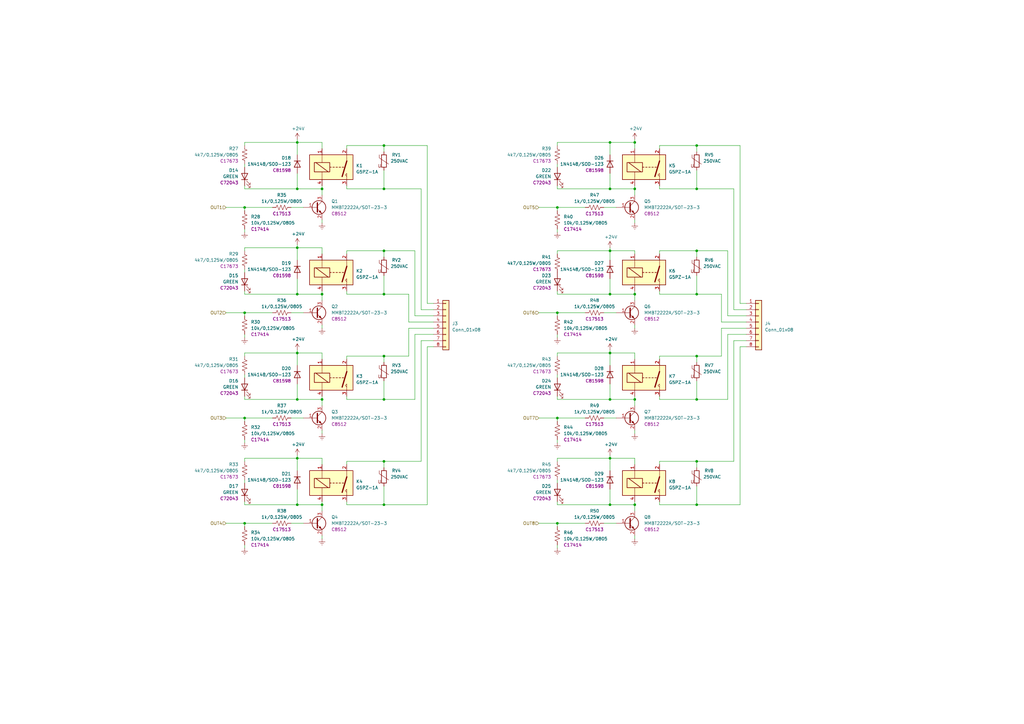
<source format=kicad_sch>
(kicad_sch (version 20231120) (generator "eeschema") (generator_version "8.0")
  (paper "A3")
  (title_block (title "ESP 8x 24VDC Input 8x Relay Output Module") (date "2023-09-21") (rev "V2"))
  (junction (at 121.92 144.78))
  (junction (at 157.48 146.05))
  (junction (at 228.6 128.27))
  (junction (at 228.6 85.09))
  (junction (at 285.75 189.23))
  (junction (at 121.92 163.83))
  (junction (at 157.48 189.23))
  (junction (at 250.19 102.87))
  (junction (at 100.33 85.09))
  (junction (at 157.48 163.83))
  (junction (at 228.6 214.63))
  (junction (at 285.75 120.65))
  (junction (at 250.19 120.65))
  (junction (at 157.48 59.69))
  (junction (at 250.19 77.47))
  (junction (at 260.35 207.01))
  (junction (at 260.35 120.65))
  (junction (at 121.92 120.65))
  (junction (at 250.19 207.01))
  (junction (at 132.08 207.01))
  (junction (at 285.75 59.69))
  (junction (at 285.75 77.47))
  (junction (at 285.75 102.87))
  (junction (at 228.6 171.45))
  (junction (at 260.35 77.47))
  (junction (at 250.19 163.83))
  (junction (at 100.33 214.63))
  (junction (at 157.48 207.01))
  (junction (at 157.48 102.87))
  (junction (at 157.48 120.65))
  (junction (at 100.33 171.45))
  (junction (at 260.35 163.83))
  (junction (at 250.19 58.42))
  (junction (at 285.75 146.05))
  (junction (at 100.33 128.27))
  (junction (at 132.08 120.65))
  (junction (at 132.08 77.47))
  (junction (at 121.92 207.01))
  (junction (at 121.92 77.47))
  (junction (at 121.92 101.6))
  (junction (at 250.19 187.96))
  (junction (at 121.92 187.96))
  (junction (at 157.48 77.47))
  (junction (at 285.75 163.83))
  (junction (at 260.35 58.42))
  (junction (at 121.92 58.42))
  (junction (at 132.08 163.83))
  (junction (at 250.19 144.78))
  (junction (at 285.75 207.01))
  (wire (pts (xy 100.33 196.85) (xy 100.33 198.12)))
  (wire (pts (xy 100.33 162.56) (xy 100.33 163.83)))
  (wire (pts (xy 157.48 156.21) (xy 157.48 163.83)))
  (wire (pts (xy 100.33 76.2) (xy 100.33 77.47)))
  (wire (pts (xy 100.33 153.67) (xy 100.33 154.94)))
  (wire (pts (xy 260.35 77.47) (xy 260.35 80.01)))
  (wire (pts (xy 100.33 214.63) (xy 111.76 214.63)))
  (wire (pts (xy 285.75 105.41) (xy 285.75 102.87)))
  (wire (pts (xy 250.19 114.3) (xy 250.19 120.65)))
  (wire (pts (xy 142.24 207.01) (xy 142.24 205.74)))
  (wire (pts (xy 132.08 205.74) (xy 132.08 207.01)))
  (wire (pts (xy 295.91 146.05) (xy 295.91 134.62)))
  (wire (pts (xy 121.92 187.96) (xy 132.08 187.96)))
  (wire (pts (xy 157.48 207.01) (xy 175.26 207.01)))
  (wire (pts (xy 250.19 144.78) (xy 260.35 144.78)))
  (wire (pts (xy 285.75 163.83) (xy 298.45 163.83)))
  (wire (pts (xy 121.92 143.51) (xy 121.92 144.78)))
  (wire (pts (xy 250.19 186.69) (xy 250.19 187.96)))
  (wire (pts (xy 142.24 102.87) (xy 142.24 104.14)))
  (wire (pts (xy 132.08 90.17) (xy 132.08 91.44)))
  (wire (pts (xy 300.99 127) (xy 300.99 77.47)))
  (wire (pts (xy 121.92 120.65) (xy 132.08 120.65)))
  (wire (pts (xy 228.6 207.01) (xy 250.19 207.01)))
  (wire (pts (xy 228.6 93.98) (xy 228.6 95.25)))
  (wire (pts (xy 285.75 102.87) (xy 298.45 102.87)))
  (wire (pts (xy 300.99 189.23) (xy 300.99 139.7)))
  (wire (pts (xy 228.6 163.83) (xy 250.19 163.83)))
  (wire (pts (xy 228.6 223.52) (xy 228.6 224.79)))
  (wire (pts (xy 132.08 58.42) (xy 132.08 60.96)))
  (wire (pts (xy 100.33 180.34) (xy 100.33 181.61)))
  (wire (pts (xy 157.48 189.23) (xy 172.72 189.23)))
  (wire (pts (xy 121.92 106.68) (xy 121.92 101.6)))
  (wire (pts (xy 132.08 77.47) (xy 132.08 80.01)))
  (wire (pts (xy 228.6 144.78) (xy 228.6 146.05)))
  (wire (pts (xy 303.53 59.69) (xy 303.53 124.46)))
  (wire (pts (xy 172.72 127) (xy 177.8 127)))
  (wire (pts (xy 260.35 163.83) (xy 260.35 166.37)))
  (wire (pts (xy 228.6 162.56) (xy 228.6 163.83)))
  (wire (pts (xy 270.51 59.69) (xy 270.51 60.96)))
  (wire (pts (xy 285.75 207.01) (xy 303.53 207.01)))
  (wire (pts (xy 170.18 137.16) (xy 170.18 163.83)))
  (wire (pts (xy 100.33 128.27) (xy 111.76 128.27)))
  (wire (pts (xy 260.35 187.96) (xy 260.35 190.5)))
  (wire (pts (xy 92.71 214.63) (xy 100.33 214.63)))
  (wire (pts (xy 228.6 187.96) (xy 250.19 187.96)))
  (wire (pts (xy 175.26 142.24) (xy 177.8 142.24)))
  (wire (pts (xy 157.48 146.05) (xy 167.64 146.05)))
  (wire (pts (xy 228.6 128.27) (xy 228.6 129.54)))
  (wire (pts (xy 167.64 134.62) (xy 177.8 134.62)))
  (wire (pts (xy 220.98 85.09) (xy 228.6 85.09)))
  (wire (pts (xy 298.45 102.87) (xy 298.45 129.54)))
  (wire (pts (xy 270.51 77.47) (xy 270.51 76.2)))
  (wire (pts (xy 228.6 214.63) (xy 240.03 214.63)))
  (wire (pts (xy 100.33 58.42) (xy 100.33 59.69)))
  (wire (pts (xy 228.6 102.87) (xy 250.19 102.87)))
  (wire (pts (xy 260.35 119.38) (xy 260.35 120.65)))
  (wire (pts (xy 157.48 105.41) (xy 157.48 102.87)))
  (wire (pts (xy 119.38 214.63) (xy 124.46 214.63)))
  (wire (pts (xy 250.19 120.65) (xy 260.35 120.65)))
  (wire (pts (xy 121.92 63.5) (xy 121.92 58.42)))
  (wire (pts (xy 100.33 85.09) (xy 111.76 85.09)))
  (wire (pts (xy 303.53 142.24) (xy 306.07 142.24)))
  (wire (pts (xy 121.92 101.6) (xy 132.08 101.6)))
  (wire (pts (xy 167.64 132.08) (xy 167.64 120.65)))
  (wire (pts (xy 170.18 129.54) (xy 177.8 129.54)))
  (wire (pts (xy 157.48 207.01) (xy 142.24 207.01)))
  (wire (pts (xy 132.08 219.71) (xy 132.08 220.98)))
  (wire (pts (xy 228.6 119.38) (xy 228.6 120.65)))
  (wire (pts (xy 260.35 120.65) (xy 260.35 123.19)))
  (wire (pts (xy 157.48 120.65) (xy 142.24 120.65)))
  (wire (pts (xy 298.45 137.16) (xy 298.45 163.83)))
  (wire (pts (xy 100.33 93.98) (xy 100.33 95.25)))
  (wire (pts (xy 100.33 171.45) (xy 111.76 171.45)))
  (wire (pts (xy 121.92 200.66) (xy 121.92 207.01)))
  (wire (pts (xy 228.6 205.74) (xy 228.6 207.01)))
  (wire (pts (xy 285.75 120.65) (xy 270.51 120.65)))
  (wire (pts (xy 121.92 71.12) (xy 121.92 77.47)))
  (wire (pts (xy 228.6 180.34) (xy 228.6 181.61)))
  (wire (pts (xy 228.6 67.31) (xy 228.6 68.58)))
  (wire (pts (xy 170.18 163.83) (xy 157.48 163.83)))
  (wire (pts (xy 132.08 120.65) (xy 132.08 123.19)))
  (wire (pts (xy 285.75 199.39) (xy 285.75 207.01)))
  (wire (pts (xy 270.51 189.23) (xy 285.75 189.23)))
  (wire (pts (xy 157.48 199.39) (xy 157.48 207.01)))
  (wire (pts (xy 100.33 144.78) (xy 100.33 146.05)))
  (wire (pts (xy 270.51 146.05) (xy 270.51 147.32)))
  (wire (pts (xy 285.75 163.83) (xy 270.51 163.83)))
  (wire (pts (xy 172.72 77.47) (xy 157.48 77.47)))
  (wire (pts (xy 92.71 85.09) (xy 100.33 85.09)))
  (wire (pts (xy 142.24 146.05) (xy 157.48 146.05)))
  (wire (pts (xy 100.33 119.38) (xy 100.33 120.65)))
  (wire (pts (xy 121.92 144.78) (xy 132.08 144.78)))
  (wire (pts (xy 228.6 58.42) (xy 250.19 58.42)))
  (wire (pts (xy 260.35 102.87) (xy 260.35 104.14)))
  (wire (pts (xy 298.45 137.16) (xy 306.07 137.16)))
  (wire (pts (xy 228.6 171.45) (xy 240.03 171.45)))
  (wire (pts (xy 295.91 134.62) (xy 306.07 134.62)))
  (wire (pts (xy 250.19 106.68) (xy 250.19 102.87)))
  (wire (pts (xy 121.92 207.01) (xy 132.08 207.01)))
  (wire (pts (xy 250.19 102.87) (xy 260.35 102.87)))
  (wire (pts (xy 250.19 101.6) (xy 250.19 102.87)))
  (wire (pts (xy 142.24 163.83) (xy 142.24 162.56)))
  (wire (pts (xy 250.19 187.96) (xy 260.35 187.96)))
  (wire (pts (xy 100.33 58.42) (xy 121.92 58.42)))
  (wire (pts (xy 228.6 85.09) (xy 240.03 85.09)))
  (wire (pts (xy 285.75 207.01) (xy 270.51 207.01)))
  (wire (pts (xy 157.48 102.87) (xy 170.18 102.87)))
  (wire (pts (xy 250.19 77.47) (xy 260.35 77.47)))
  (wire (pts (xy 228.6 187.96) (xy 228.6 189.23)))
  (wire (pts (xy 132.08 144.78) (xy 132.08 147.32)))
  (wire (pts (xy 132.08 176.53) (xy 132.08 177.8)))
  (wire (pts (xy 260.35 162.56) (xy 260.35 163.83)))
  (wire (pts (xy 170.18 137.16) (xy 177.8 137.16)))
  (wire (pts (xy 285.75 113.03) (xy 285.75 120.65)))
  (wire (pts (xy 260.35 176.53) (xy 260.35 177.8)))
  (wire (pts (xy 100.33 207.01) (xy 121.92 207.01)))
  (wire (pts (xy 285.75 189.23) (xy 300.99 189.23)))
  (wire (pts (xy 121.92 58.42) (xy 132.08 58.42)))
  (wire (pts (xy 250.19 163.83) (xy 260.35 163.83)))
  (wire (pts (xy 228.6 137.16) (xy 228.6 138.43)))
  (wire (pts (xy 157.48 62.23) (xy 157.48 59.69)))
  (wire (pts (xy 270.51 102.87) (xy 285.75 102.87)))
  (wire (pts (xy 247.65 128.27) (xy 252.73 128.27)))
  (wire (pts (xy 142.24 189.23) (xy 142.24 190.5)))
  (wire (pts (xy 306.07 132.08) (xy 295.91 132.08)))
  (wire (pts (xy 142.24 146.05) (xy 142.24 147.32)))
  (wire (pts (xy 142.24 59.69) (xy 142.24 60.96)))
  (wire (pts (xy 228.6 85.09) (xy 228.6 86.36)))
  (wire (pts (xy 228.6 214.63) (xy 228.6 215.9)))
  (wire (pts (xy 170.18 102.87) (xy 170.18 129.54)))
  (wire (pts (xy 177.8 132.08) (xy 167.64 132.08)))
  (wire (pts (xy 157.48 163.83) (xy 142.24 163.83)))
  (wire (pts (xy 132.08 207.01) (xy 132.08 209.55)))
  (wire (pts (xy 157.48 69.85) (xy 157.48 77.47)))
  (wire (pts (xy 260.35 144.78) (xy 260.35 147.32)))
  (wire (pts (xy 250.19 193.04) (xy 250.19 187.96)))
  (wire (pts (xy 285.75 62.23) (xy 285.75 59.69)))
  (wire (pts (xy 250.19 200.66) (xy 250.19 207.01)))
  (wire (pts (xy 260.35 58.42) (xy 260.35 60.96)))
  (wire (pts (xy 100.33 187.96) (xy 100.33 189.23)))
  (wire (pts (xy 270.51 120.65) (xy 270.51 119.38)))
  (wire (pts (xy 100.33 205.74) (xy 100.33 207.01)))
  (wire (pts (xy 220.98 214.63) (xy 228.6 214.63)))
  (wire (pts (xy 142.24 59.69) (xy 157.48 59.69)))
  (wire (pts (xy 303.53 124.46) (xy 306.07 124.46)))
  (wire (pts (xy 270.51 207.01) (xy 270.51 205.74)))
  (wire (pts (xy 132.08 133.35) (xy 132.08 134.62)))
  (wire (pts (xy 142.24 102.87) (xy 157.48 102.87)))
  (wire (pts (xy 157.48 191.77) (xy 157.48 189.23)))
  (wire (pts (xy 250.19 71.12) (xy 250.19 77.47)))
  (wire (pts (xy 175.26 59.69) (xy 175.26 124.46)))
  (wire (pts (xy 92.71 171.45) (xy 100.33 171.45)))
  (wire (pts (xy 121.92 186.69) (xy 121.92 187.96)))
  (wire (pts (xy 260.35 133.35) (xy 260.35 134.62)))
  (wire (pts (xy 247.65 171.45) (xy 252.73 171.45)))
  (wire (pts (xy 132.08 101.6) (xy 132.08 104.14)))
  (wire (pts (xy 119.38 128.27) (xy 124.46 128.27)))
  (wire (pts (xy 270.51 163.83) (xy 270.51 162.56)))
  (wire (pts (xy 247.65 85.09) (xy 252.73 85.09)))
  (wire (pts (xy 167.64 120.65) (xy 157.48 120.65)))
  (wire (pts (xy 228.6 153.67) (xy 228.6 154.94)))
  (wire (pts (xy 100.33 110.49) (xy 100.33 111.76)))
  (wire (pts (xy 285.75 77.47) (xy 300.99 77.47)))
  (wire (pts (xy 100.33 67.31) (xy 100.33 68.58)))
  (wire (pts (xy 260.35 57.15) (xy 260.35 58.42)))
  (wire (pts (xy 175.26 207.01) (xy 175.26 142.24)))
  (wire (pts (xy 92.71 128.27) (xy 100.33 128.27)))
  (wire (pts (xy 285.75 59.69) (xy 303.53 59.69)))
  (wire (pts (xy 100.33 85.09) (xy 100.33 86.36)))
  (wire (pts (xy 121.92 114.3) (xy 121.92 120.65)))
  (wire (pts (xy 100.33 137.16) (xy 100.33 138.43)))
  (wire (pts (xy 220.98 128.27) (xy 228.6 128.27)))
  (wire (pts (xy 250.19 58.42) (xy 260.35 58.42)))
  (wire (pts (xy 260.35 219.71) (xy 260.35 220.98)))
  (wire (pts (xy 172.72 127) (xy 172.72 77.47)))
  (wire (pts (xy 100.33 101.6) (xy 100.33 102.87)))
  (wire (pts (xy 142.24 189.23) (xy 157.48 189.23)))
  (wire (pts (xy 228.6 196.85) (xy 228.6 198.12)))
  (wire (pts (xy 100.33 171.45) (xy 100.33 172.72)))
  (wire (pts (xy 100.33 120.65) (xy 121.92 120.65)))
  (wire (pts (xy 228.6 120.65) (xy 250.19 120.65)))
  (wire (pts (xy 250.19 63.5) (xy 250.19 58.42)))
  (wire (pts (xy 100.33 223.52) (xy 100.33 224.79)))
  (wire (pts (xy 303.53 207.01) (xy 303.53 142.24)))
  (wire (pts (xy 132.08 119.38) (xy 132.08 120.65)))
  (wire (pts (xy 121.92 149.86) (xy 121.92 144.78)))
  (wire (pts (xy 228.6 128.27) (xy 240.03 128.27)))
  (wire (pts (xy 119.38 171.45) (xy 124.46 171.45)))
  (wire (pts (xy 100.33 77.47) (xy 121.92 77.47)))
  (wire (pts (xy 121.92 157.48) (xy 121.92 163.83)))
  (wire (pts (xy 142.24 120.65) (xy 142.24 119.38)))
  (wire (pts (xy 121.92 100.33) (xy 121.92 101.6)))
  (wire (pts (xy 285.75 77.47) (xy 270.51 77.47)))
  (wire (pts (xy 132.08 163.83) (xy 132.08 166.37)))
  (wire (pts (xy 142.24 77.47) (xy 142.24 76.2)))
  (wire (pts (xy 132.08 76.2) (xy 132.08 77.47)))
  (wire (pts (xy 157.48 77.47) (xy 142.24 77.47)))
  (wire (pts (xy 132.08 187.96) (xy 132.08 190.5)))
  (wire (pts (xy 228.6 171.45) (xy 228.6 172.72)))
  (wire (pts (xy 121.92 57.15) (xy 121.92 58.42)))
  (wire (pts (xy 228.6 77.47) (xy 250.19 77.47)))
  (wire (pts (xy 295.91 132.08) (xy 295.91 120.65)))
  (wire (pts (xy 270.51 59.69) (xy 285.75 59.69)))
  (wire (pts (xy 250.19 207.01) (xy 260.35 207.01)))
  (wire (pts (xy 285.75 146.05) (xy 295.91 146.05)))
  (wire (pts (xy 270.51 189.23) (xy 270.51 190.5)))
  (wire (pts (xy 100.33 187.96) (xy 121.92 187.96)))
  (wire (pts (xy 121.92 163.83) (xy 132.08 163.83)))
  (wire (pts (xy 228.6 102.87) (xy 228.6 104.14)))
  (wire (pts (xy 228.6 144.78) (xy 250.19 144.78)))
  (wire (pts (xy 121.92 193.04) (xy 121.92 187.96)))
  (wire (pts (xy 298.45 129.54) (xy 306.07 129.54)))
  (wire (pts (xy 270.51 102.87) (xy 270.51 104.14)))
  (wire (pts (xy 260.35 90.17) (xy 260.35 91.44)))
  (wire (pts (xy 100.33 128.27) (xy 100.33 129.54)))
  (wire (pts (xy 250.19 143.51) (xy 250.19 144.78)))
  (wire (pts (xy 285.75 69.85) (xy 285.75 77.47)))
  (wire (pts (xy 119.38 85.09) (xy 124.46 85.09)))
  (wire (pts (xy 250.19 157.48) (xy 250.19 163.83)))
  (wire (pts (xy 167.64 146.05) (xy 167.64 134.62)))
  (wire (pts (xy 172.72 189.23) (xy 172.72 139.7)))
  (wire (pts (xy 100.33 144.78) (xy 121.92 144.78)))
  (wire (pts (xy 260.35 205.74) (xy 260.35 207.01)))
  (wire (pts (xy 220.98 171.45) (xy 228.6 171.45)))
  (wire (pts (xy 121.92 77.47) (xy 132.08 77.47)))
  (wire (pts (xy 228.6 76.2) (xy 228.6 77.47)))
  (wire (pts (xy 247.65 214.63) (xy 252.73 214.63)))
  (wire (pts (xy 300.99 139.7) (xy 306.07 139.7)))
  (wire (pts (xy 157.48 148.59) (xy 157.48 146.05)))
  (wire (pts (xy 285.75 148.59) (xy 285.75 146.05)))
  (wire (pts (xy 260.35 76.2) (xy 260.35 77.47)))
  (wire (pts (xy 285.75 156.21) (xy 285.75 163.83)))
  (wire (pts (xy 132.08 162.56) (xy 132.08 163.83)))
  (wire (pts (xy 172.72 139.7) (xy 177.8 139.7)))
  (wire (pts (xy 157.48 59.69) (xy 175.26 59.69)))
  (wire (pts (xy 100.33 101.6) (xy 121.92 101.6)))
  (wire (pts (xy 300.99 127) (xy 306.07 127)))
  (wire (pts (xy 250.19 149.86) (xy 250.19 144.78)))
  (wire (pts (xy 270.51 146.05) (xy 285.75 146.05)))
  (wire (pts (xy 295.91 120.65) (xy 285.75 120.65)))
  (wire (pts (xy 100.33 163.83) (xy 121.92 163.83)))
  (wire (pts (xy 260.35 207.01) (xy 260.35 209.55)))
  (wire (pts (xy 285.75 191.77) (xy 285.75 189.23)))
  (wire (pts (xy 228.6 58.42) (xy 228.6 59.69)))
  (wire (pts (xy 100.33 214.63) (xy 100.33 215.9)))
  (wire (pts (xy 157.48 113.03) (xy 157.48 120.65)))
  (wire (pts (xy 175.26 124.46) (xy 177.8 124.46)))
  (hierarchical_label "OUT5" (shape input) (at 220.98 85.09 180))
  (hierarchical_label "OUT4" (shape input) (at 92.71 214.63 180))
  (hierarchical_label "OUT6" (shape input) (at 220.98 128.27 180))
  (hierarchical_label "OUT2" (shape input) (at 92.71 128.27 180))
  (hierarchical_label "OUT1" (shape input) (at 92.71 85.09 180))
  (hierarchical_label "OUT7" (shape input) (at 220.98 171.45 180))
  (hierarchical_label "OUT3" (shape input) (at 92.71 171.45 180))
  (hierarchical_label "OUT8" (shape input) (at 220.98 214.63 180))
  (symbol (lib_id "power:GNDREF") (at 132.08 134.62 0) (unit 1)
    (property "Reference" "#PWR043" (effects (hide yes)))
    (property "Value" "GNDREF" (effects (hide yes)))
  )
  (symbol (lib_id "Device:D") (at 121.92 153.67 270) (unit 1)
    (property "Reference" "D20" (at 119.38 151.13 90) (effects (justify right)))
    (property "Value" "1N4148/SOD-123" (at 119.38 153.67 90) (effects (justify right)))
    (property "Footprint" "Tales:D_SOD-123" (effects (hide yes)))
    (property "Vendor" "JLCPCB" (effects (hide yes)))
    (property "Case" "SOD-123" (effects (hide yes)))
    (property "Mfr" "Semtech" (effects (hide yes)))
    (property "Mfr PN" "1N4148W" (effects (hide yes)))
    (property "Vendor PN" "C81598" (effects (hide yes)))
    (property "LCSC Part #" "C81598" (at 119.38 156.21 90) (effects (justify right)))
    (property "JLCPCB BOM" "1" (effects (hide yes)))
  )
  (symbol (lib_id "Device:R_US") (at 100.33 219.71 0) (unit 1)
    (property "Reference" "R34" (at 102.87 218.44 0) (effects (justify left)))
    (property "Value" "10k/0,125W/0805" (at 102.87 220.98 0) (effects (justify left)))
    (property "Footprint" "Tales:R_0805_2012Metric" (effects (hide yes)))
    (property "Case" "0805/2012" (effects (hide yes)))
    (property "Mfr" "Uniroyal" (effects (hide yes)))
    (property "Vendor" "JLCPCB" (effects (hide yes)))
    (property "Mfr PN" "0805W8F3301T5E" (effects (hide yes)))
    (property "Vendor PN" "C26010" (effects (hide yes)))
    (property "LCSC Part #" "C17414" (at 102.87 223.52 0) (effects (justify left)))
    (property "JLCPCB BOM" "1" (effects (hide yes)))
  )
  (symbol (lib_id "Device:R_US") (at 243.84 128.27 270) (unit 1)
    (property "Reference" "R48" (at 243.84 123.19 90))
    (property "Value" "1k/0,125W/0805" (at 243.84 125.73 90))
    (property "Footprint" "Tales:R_0805_2012Metric" (effects (hide yes)))
    (property "Case" "0805/2012" (effects (hide yes)))
    (property "Mfr" "Uniroyal" (effects (hide yes)))
    (property "Mfr PN" "0805W8F1001T5E" (effects (hide yes)))
    (property "Vendor" "JLCPCB" (effects (hide yes)))
    (property "Vendor PN" "C17513" (effects (hide yes)))
    (property "LCSC Part #" "C17513" (at 243.84 130.81 90))
    (property "JLCPCB BOM" "1" (effects (hide yes)))
  )
  (symbol (lib_id "power:GNDREF") (at 100.33 95.25 0) (unit 1)
    (property "Reference" "#PWR033" (effects (hide yes)))
    (property "Value" "GNDREF" (effects (hide yes)))
  )
  (symbol (lib_id "Device:LED") (at 100.33 72.39 90) (unit 1)
    (property "Reference" "D14" (at 97.79 69.85 90) (effects (justify left)))
    (property "Value" "GREEN" (at 97.79 72.39 90) (effects (justify left)))
    (property "Footprint" "Tales:LED_0603_1608Metric" (effects (hide yes)))
    (property "Case" "0603" (effects (hide yes)))
    (property "Mfr" "Everlight" (effects (hide yes)))
    (property "Mfr PN" "19-217/GHC-YR1S2/3T" (effects (hide yes)))
    (property "Technology" "InGaN" (effects (hide yes)))
    (property "Vendor" "JLCPCB" (effects (hide yes)))
    (property "Vendor PN" "C72043" (effects (hide yes)))
    (property "LCSC Part #" "C72043" (at 97.79 74.93 90) (effects (justify left)))
    (property "JLCPCB BOM" "1" (effects (hide yes)))
    (property "Package" "0603" (effects (hide yes)))
  )
  (symbol (lib_id "power:GNDREF") (at 228.6 224.79 0) (unit 1)
    (property "Reference" "#PWR054" (effects (hide yes)))
    (property "Value" "GNDREF" (effects (hide yes)))
  )
  (symbol (lib_id "Tales:G5PZ-1A") (at 137.16 68.58 0) (mirror x) (unit 1)
    (property "Reference" "K1" (at 146.05 67.945 0) (effects (justify left)))
    (property "Value" "G5PZ-1A" (at 146.05 70.485 0) (effects (justify left)))
    (property "Footprint" "Tales:Relay_SPST_Omron-G5PZ-1A" (effects (hide yes)))
    (property "Datasheet" "https://www.omron.com/ecb/products/pdf/en-g5q.pdf" (effects (hide yes)))
    (property "Mfr" "Omron" (effects (hide yes)))
    (property "Mfr PN" "G5PZ-1A" (effects (hide yes)))
    (property "Vendor" "Mouser" (effects (hide yes)))
    (property "Vendor PN" "653-G5PZ-1ADC24" (effects (hide yes)))
    (property "JLCPCB BOM" "0" (effects (hide yes)))
  )
  (symbol (lib_id "power:GNDREF") (at 100.33 224.79 0) (unit 1)
    (property "Reference" "#PWR036" (effects (hide yes)))
    (property "Value" "GNDREF" (effects (hide yes)))
  )
  (symbol (lib_id "power:+24V") (at 121.92 100.33 0) (unit 1)
    (property "Reference" "#PWR042" (effects (hide yes)))
    (property "Value" "+24V" (at 122.301 95.9358 0))
  )
  (symbol (lib_id "power:GNDREF") (at 260.35 91.44 0) (unit 1)
    (property "Reference" "#PWR058" (effects (hide yes)))
    (property "Value" "GNDREF" (effects (hide yes)))
  )
  (symbol (lib_id "power:GNDREF") (at 260.35 134.62 0) (unit 1)
    (property "Reference" "#PWR060" (effects (hide yes)))
    (property "Value" "GNDREF" (effects (hide yes)))
  )
  (symbol (lib_id "Device:D") (at 250.19 196.85 270) (unit 1)
    (property "Reference" "D29" (at 247.65 194.31 90) (effects (justify right)))
    (property "Value" "1N4148/SOD-123" (at 247.65 196.85 90) (effects (justify right)))
    (property "Footprint" "Tales:D_SOD-123" (effects (hide yes)))
    (property "Vendor" "JLCPCB" (effects (hide yes)))
    (property "Case" "SOD-123" (effects (hide yes)))
    (property "Mfr" "Semtech" (effects (hide yes)))
    (property "Mfr PN" "1N4148W" (effects (hide yes)))
    (property "Vendor PN" "C81598" (effects (hide yes)))
    (property "LCSC Part #" "C81598" (at 247.65 199.39 90) (effects (justify right)))
    (property "JLCPCB BOM" "1" (effects (hide yes)))
  )
  (symbol (lib_id "Device:R_US") (at 243.84 171.45 270) (unit 1)
    (property "Reference" "R49" (at 243.84 166.37 90))
    (property "Value" "1k/0,125W/0805" (at 243.84 168.91 90))
    (property "Footprint" "Tales:R_0805_2012Metric" (effects (hide yes)))
    (property "Case" "0805/2012" (effects (hide yes)))
    (property "Mfr" "Uniroyal" (effects (hide yes)))
    (property "Mfr PN" "0805W8F1001T5E" (effects (hide yes)))
    (property "Vendor" "JLCPCB" (effects (hide yes)))
    (property "Vendor PN" "C17513" (effects (hide yes)))
    (property "LCSC Part #" "C17513" (at 243.84 173.99 90))
    (property "JLCPCB BOM" "1" (effects (hide yes)))
  )
  (symbol (lib_id "power:GNDREF") (at 228.6 138.43 0) (unit 1)
    (property "Reference" "#PWR052" (effects (hide yes)))
    (property "Value" "GNDREF" (effects (hide yes)))
  )
  (symbol (lib_id "Device:Q_NPN_BEC") (at 129.54 171.45 0) (unit 1)
    (property "Reference" "Q3" (at 135.89 168.91 0) (effects (justify left)))
    (property "Value" "MMBT2222A/SOT-23-3" (at 135.89 171.45 0) (effects (justify left)))
    (property "Footprint" "Tales:SOT-23" (effects (hide yes)))
    (property "Case" "SOT-23-3" (effects (hide yes)))
    (property "Mfr" "Changjiang" (effects (hide yes)))
    (property "Mfr PN" "MMBT2222A" (effects (hide yes)))
    (property "Technology" "BJT" (effects (hide yes)))
    (property "Vendor" "JLCPCB" (effects (hide yes)))
    (property "Vendor PN" "C8512" (effects (hide yes)))
    (property "JLCPCB BOM" "1" (effects (hide yes)))
    (property "LCSC Part #" "C8512" (at 135.89 173.99 0) (effects (justify left)))
  )
  (symbol (lib_id "Device:R_US") (at 115.57 128.27 270) (unit 1)
    (property "Reference" "R36" (at 115.57 123.19 90))
    (property "Value" "1k/0,125W/0805" (at 115.57 125.73 90))
    (property "Footprint" "Tales:R_0805_2012Metric" (effects (hide yes)))
    (property "Case" "0805/2012" (effects (hide yes)))
    (property "Mfr" "Uniroyal" (effects (hide yes)))
    (property "Mfr PN" "0805W8F1001T5E" (effects (hide yes)))
    (property "Vendor" "JLCPCB" (effects (hide yes)))
    (property "Vendor PN" "C17513" (effects (hide yes)))
    (property "LCSC Part #" "C17513" (at 115.57 130.81 90))
    (property "JLCPCB BOM" "1" (effects (hide yes)))
  )
  (symbol (lib_id "Device:D") (at 250.19 153.67 270) (unit 1)
    (property "Reference" "D28" (at 247.65 151.13 90) (effects (justify right)))
    (property "Value" "1N4148/SOD-123" (at 247.65 153.67 90) (effects (justify right)))
    (property "Footprint" "Tales:D_SOD-123" (effects (hide yes)))
    (property "Vendor" "JLCPCB" (effects (hide yes)))
    (property "Case" "SOD-123" (effects (hide yes)))
    (property "Mfr" "Semtech" (effects (hide yes)))
    (property "Mfr PN" "1N4148W" (effects (hide yes)))
    (property "Vendor PN" "C81598" (effects (hide yes)))
    (property "LCSC Part #" "C81598" (at 247.65 156.21 90) (effects (justify right)))
    (property "JLCPCB BOM" "1" (effects (hide yes)))
  )
  (symbol (lib_id "power:GNDREF") (at 100.33 138.43 0) (unit 1)
    (property "Reference" "#PWR034" (effects (hide yes)))
    (property "Value" "GNDREF" (effects (hide yes)))
  )
  (symbol (lib_id "power:+24V") (at 260.35 57.15 0) (unit 1)
    (property "Reference" "#PWR057" (effects (hide yes)))
    (property "Value" "+24V" (at 260.731 52.7558 0))
  )
  (symbol (lib_id "Device:R_US") (at 115.57 171.45 270) (unit 1)
    (property "Reference" "R37" (at 115.57 166.37 90))
    (property "Value" "1k/0,125W/0805" (at 115.57 168.91 90))
    (property "Footprint" "Tales:R_0805_2012Metric" (effects (hide yes)))
    (property "Case" "0805/2012" (effects (hide yes)))
    (property "Mfr" "Uniroyal" (effects (hide yes)))
    (property "Mfr PN" "0805W8F1001T5E" (effects (hide yes)))
    (property "Vendor" "JLCPCB" (effects (hide yes)))
    (property "Vendor PN" "C17513" (effects (hide yes)))
    (property "LCSC Part #" "C17513" (at 115.57 173.99 90))
    (property "JLCPCB BOM" "1" (effects (hide yes)))
  )
  (symbol (lib_id "Device:LED") (at 228.6 115.57 90) (unit 1)
    (property "Reference" "D23" (at 226.06 113.03 90) (effects (justify left)))
    (property "Value" "GREEN" (at 226.06 115.57 90) (effects (justify left)))
    (property "Footprint" "Tales:LED_0603_1608Metric" (effects (hide yes)))
    (property "Case" "0603" (effects (hide yes)))
    (property "Mfr" "Everlight" (effects (hide yes)))
    (property "Mfr PN" "19-217/GHC-YR1S2/3T" (effects (hide yes)))
    (property "Technology" "InGaN" (effects (hide yes)))
    (property "Vendor" "JLCPCB" (effects (hide yes)))
    (property "Vendor PN" "C72043" (effects (hide yes)))
    (property "LCSC Part #" "C72043" (at 226.06 118.11 90) (effects (justify left)))
    (property "JLCPCB BOM" "1" (effects (hide yes)))
    (property "Package" "0603" (effects (hide yes)))
  )
  (symbol (lib_id "Device:D") (at 121.92 67.31 270) (unit 1)
    (property "Reference" "D18" (at 119.38 64.77 90) (effects (justify right)))
    (property "Value" "1N4148/SOD-123" (at 119.38 67.31 90) (effects (justify right)))
    (property "Footprint" "Tales:D_SOD-123" (effects (hide yes)))
    (property "Vendor" "JLCPCB" (effects (hide yes)))
    (property "Case" "SOD-123" (effects (hide yes)))
    (property "Mfr" "Semtech" (effects (hide yes)))
    (property "Mfr PN" "1N4148W" (effects (hide yes)))
    (property "Vendor PN" "C81598" (effects (hide yes)))
    (property "LCSC Part #" "C81598" (at 119.38 69.85 90) (effects (justify right)))
    (property "JLCPCB BOM" "1" (effects (hide yes)))
  )
  (symbol (lib_id "Device:LED") (at 100.33 158.75 90) (unit 1)
    (property "Reference" "D16" (at 97.79 156.21 90) (effects (justify left)))
    (property "Value" "GREEN" (at 97.79 158.75 90) (effects (justify left)))
    (property "Footprint" "Tales:LED_0603_1608Metric" (effects (hide yes)))
    (property "Case" "0603" (effects (hide yes)))
    (property "Mfr" "Everlight" (effects (hide yes)))
    (property "Mfr PN" "19-217/GHC-YR1S2/3T" (effects (hide yes)))
    (property "Technology" "InGaN" (effects (hide yes)))
    (property "Vendor" "JLCPCB" (effects (hide yes)))
    (property "Vendor PN" "C72043" (effects (hide yes)))
    (property "LCSC Part #" "C72043" (at 97.79 161.29 90) (effects (justify left)))
    (property "JLCPCB BOM" "1" (effects (hide yes)))
    (property "Package" "0603" (effects (hide yes)))
  )
  (symbol (lib_id "Device:D") (at 250.19 110.49 270) (unit 1)
    (property "Reference" "D27" (at 247.65 107.95 90) (effects (justify right)))
    (property "Value" "1N4148/SOD-123" (at 247.65 110.49 90) (effects (justify right)))
    (property "Footprint" "Tales:D_SOD-123" (effects (hide yes)))
    (property "Vendor" "JLCPCB" (effects (hide yes)))
    (property "Case" "SOD-123" (effects (hide yes)))
    (property "Mfr" "Semtech" (effects (hide yes)))
    (property "Mfr PN" "1N4148W" (effects (hide yes)))
    (property "Vendor PN" "C81598" (effects (hide yes)))
    (property "LCSC Part #" "C81598" (at 247.65 113.03 90) (effects (justify right)))
    (property "JLCPCB BOM" "1" (effects (hide yes)))
  )
  (symbol (lib_id "Device:R_US") (at 228.6 107.95 0) (unit 1)
    (property "Reference" "R41" (at 226.06 105.41 0) (effects (justify right)))
    (property "Value" "4k7/0,125W/0805" (at 226.06 107.95 0) (effects (justify right)))
    (property "Footprint" "Tales:R_0805_2012Metric" (effects (hide yes)))
    (property "Case" "0805/2012" (effects (hide yes)))
    (property "Mfr" "Uniroyal" (effects (hide yes)))
    (property "Vendor" "JLCPCB" (effects (hide yes)))
    (property "Mfr PN" "0805W8F4701T5E" (effects (hide yes)))
    (property "Vendor PN" "C17673" (effects (hide yes)))
    (property "LCSC Part #" "C17673" (at 226.06 110.49 0) (effects (justify right)))
    (property "JLCPCB BOM" "1" (effects (hide yes)))
  )
  (symbol (lib_id "power:+24V") (at 250.19 101.6 0) (unit 1)
    (property "Reference" "#PWR059" (effects (hide yes)))
    (property "Value" "+24V" (at 250.571 97.2058 0))
  )
  (symbol (lib_id "Device:Q_NPN_BEC") (at 129.54 128.27 0) (unit 1)
    (property "Reference" "Q2" (at 135.89 125.73 0) (effects (justify left)))
    (property "Value" "MMBT2222A/SOT-23-3" (at 135.89 128.27 0) (effects (justify left)))
    (property "Footprint" "Tales:SOT-23" (effects (hide yes)))
    (property "Case" "SOT-23-3" (effects (hide yes)))
    (property "Mfr" "Changjiang" (effects (hide yes)))
    (property "Mfr PN" "MMBT2222A" (effects (hide yes)))
    (property "Technology" "BJT" (effects (hide yes)))
    (property "Vendor" "JLCPCB" (effects (hide yes)))
    (property "Vendor PN" "C8512" (effects (hide yes)))
    (property "JLCPCB BOM" "1" (effects (hide yes)))
    (property "LCSC Part #" "C8512" (at 135.89 130.81 0) (effects (justify left)))
  )
  (symbol (lib_id "Device:R_US") (at 100.33 90.17 0) (unit 1)
    (property "Reference" "R28" (at 102.87 88.9 0) (effects (justify left)))
    (property "Value" "10k/0,125W/0805" (at 102.87 91.44 0) (effects (justify left)))
    (property "Footprint" "Tales:R_0805_2012Metric" (effects (hide yes)))
    (property "Case" "0805/2012" (effects (hide yes)))
    (property "Mfr" "Uniroyal" (effects (hide yes)))
    (property "Vendor" "JLCPCB" (effects (hide yes)))
    (property "Mfr PN" "0805W8F3301T5E" (effects (hide yes)))
    (property "Vendor PN" "C26010" (effects (hide yes)))
    (property "LCSC Part #" "C17414" (at 102.87 93.98 0) (effects (justify left)))
    (property "JLCPCB BOM" "1" (effects (hide yes)))
  )
  (symbol (lib_id "Device:R_US") (at 100.33 63.5 0) (unit 1)
    (property "Reference" "R27" (at 97.79 60.96 0) (effects (justify right)))
    (property "Value" "4k7/0,125W/0805" (at 97.79 63.5 0) (effects (justify right)))
    (property "Footprint" "Tales:R_0805_2012Metric" (effects (hide yes)))
    (property "Case" "0805/2012" (effects (hide yes)))
    (property "Mfr" "Uniroyal" (effects (hide yes)))
    (property "Vendor" "JLCPCB" (effects (hide yes)))
    (property "Mfr PN" "0805W8F4701T5E" (effects (hide yes)))
    (property "Vendor PN" "C17673" (effects (hide yes)))
    (property "LCSC Part #" "C17673" (at 97.79 66.04 0) (effects (justify right)))
    (property "JLCPCB BOM" "1" (effects (hide yes)))
  )
  (symbol (lib_id "power:GNDREF") (at 260.35 220.98 0) (unit 1)
    (property "Reference" "#PWR064" (effects (hide yes)))
    (property "Value" "GNDREF" (effects (hide yes)))
  )
  (symbol (lib_id "Tales:G5PZ-1A") (at 137.16 154.94 0) (mirror x) (unit 1)
    (property "Reference" "K3" (at 146.05 154.305 0) (effects (justify left)))
    (property "Value" "G5PZ-1A" (at 146.05 156.845 0) (effects (justify left)))
    (property "Footprint" "Tales:Relay_SPST_Omron-G5PZ-1A" (effects (hide yes)))
    (property "Datasheet" "https://www.omron.com/ecb/products/pdf/en-g5q.pdf" (effects (hide yes)))
    (property "Mfr" "Omron" (effects (hide yes)))
    (property "Mfr PN" "G5PZ-1A" (effects (hide yes)))
    (property "Vendor" "Mouser" (effects (hide yes)))
    (property "Vendor PN" "653-G5PZ-1ADC24" (effects (hide yes)))
    (property "JLCPCB BOM" "0" (effects (hide yes)))
  )
  (symbol (lib_id "power:+24V") (at 250.19 143.51 0) (unit 1)
    (property "Reference" "#PWR061" (effects (hide yes)))
    (property "Value" "+24V" (at 250.571 139.1158 0))
  )
  (symbol (lib_id "Device:D") (at 121.92 110.49 270) (unit 1)
    (property "Reference" "D19" (at 119.38 107.95 90) (effects (justify right)))
    (property "Value" "1N4148/SOD-123" (at 119.38 110.49 90) (effects (justify right)))
    (property "Footprint" "Tales:D_SOD-123" (effects (hide yes)))
    (property "Vendor" "JLCPCB" (effects (hide yes)))
    (property "Case" "SOD-123" (effects (hide yes)))
    (property "Mfr" "Semtech" (effects (hide yes)))
    (property "Mfr PN" "1N4148W" (effects (hide yes)))
    (property "Vendor PN" "C81598" (effects (hide yes)))
    (property "LCSC Part #" "C81598" (at 119.38 113.03 90) (effects (justify right)))
    (property "JLCPCB BOM" "1" (effects (hide yes)))
  )
  (symbol (lib_id "Connector_Generic:Conn_01x08") (at 182.88 132.08 0) (unit 1)
    (property "Reference" "J3" (at 185.42 132.715 0) (effects (justify left)))
    (property "Value" "Conn_01x08" (at 185.42 135.255 0) (effects (justify left)))
  )
  (symbol (lib_id "power:+24V") (at 121.92 186.69 0) (unit 1)
    (property "Reference" "#PWR046" (effects (hide yes)))
    (property "Value" "+24V" (at 122.301 182.2958 0))
  )
  (symbol (lib_id "Device:Varistor") (at 157.48 195.58 0) (unit 1)
    (property "Reference" "RV4" (at 162.56 193.04 0))
    (property "Value" "250VAC" (at 163.83 195.58 0))
    (property "Footprint" "Tales:RV_Disc_D12mm_W3.9mm_P7.5mm" (effects (hide yes)))
    (property "Mfr" "Yageo" (effects (hide yes)))
    (property "Mfr PN" "391KD10" (effects (hide yes)))
    (property "Technology" "MOV" (effects (hide yes)))
    (property "Vendor" "Mouser" (effects (hide yes)))
    (property "Vendor PN" "603-391KD10" (effects (hide yes)))
    (property "JLCPCB BOM" "0" (effects (hide yes)))
  )
  (symbol (lib_id "Device:R_US") (at 115.57 85.09 270) (unit 1)
    (property "Reference" "R35" (at 115.57 80.01 90))
    (property "Value" "1k/0,125W/0805" (at 115.57 82.55 90))
    (property "Footprint" "Tales:R_0805_2012Metric" (effects (hide yes)))
    (property "Case" "0805/2012" (effects (hide yes)))
    (property "Mfr" "Uniroyal" (effects (hide yes)))
    (property "Mfr PN" "0805W8F1001T5E" (effects (hide yes)))
    (property "Vendor" "JLCPCB" (effects (hide yes)))
    (property "Vendor PN" "C17513" (effects (hide yes)))
    (property "LCSC Part #" "C17513" (at 115.57 87.63 90))
    (property "JLCPCB BOM" "1" (effects (hide yes)))
  )
  (symbol (lib_id "power:GNDREF") (at 132.08 177.8 0) (unit 1)
    (property "Reference" "#PWR045" (effects (hide yes)))
    (property "Value" "GNDREF" (effects (hide yes)))
  )
  (symbol (lib_id "Connector_Generic:Conn_01x08") (at 311.15 132.08 0) (unit 1)
    (property "Reference" "J4" (at 313.69 132.715 0) (effects (justify left)))
    (property "Value" "Conn_01x08" (at 313.69 135.255 0) (effects (justify left)))
  )
  (symbol (lib_id "Device:Q_NPN_BEC") (at 257.81 128.27 0) (unit 1)
    (property "Reference" "Q6" (at 264.16 125.73 0) (effects (justify left)))
    (property "Value" "MMBT2222A/SOT-23-3" (at 264.16 128.27 0) (effects (justify left)))
    (property "Footprint" "Tales:SOT-23" (effects (hide yes)))
    (property "Case" "SOT-23-3" (effects (hide yes)))
    (property "Mfr" "Changjiang" (effects (hide yes)))
    (property "Mfr PN" "MMBT2222A" (effects (hide yes)))
    (property "Technology" "BJT" (effects (hide yes)))
    (property "Vendor" "JLCPCB" (effects (hide yes)))
    (property "Vendor PN" "C8512" (effects (hide yes)))
    (property "JLCPCB BOM" "1" (effects (hide yes)))
    (property "LCSC Part #" "C8512" (at 264.16 130.81 0) (effects (justify left)))
  )
  (symbol (lib_id "Device:R_US") (at 228.6 176.53 0) (unit 1)
    (property "Reference" "R44" (at 231.14 175.26 0) (effects (justify left)))
    (property "Value" "10k/0,125W/0805" (at 231.14 177.8 0) (effects (justify left)))
    (property "Footprint" "Tales:R_0805_2012Metric" (effects (hide yes)))
    (property "Case" "0805/2012" (effects (hide yes)))
    (property "Mfr" "Uniroyal" (effects (hide yes)))
    (property "Vendor" "JLCPCB" (effects (hide yes)))
    (property "Mfr PN" "0805W8F3301T5E" (effects (hide yes)))
    (property "Vendor PN" "C26010" (effects (hide yes)))
    (property "LCSC Part #" "C17414" (at 231.14 180.34 0) (effects (justify left)))
    (property "JLCPCB BOM" "1" (effects (hide yes)))
  )
  (symbol (lib_id "power:GNDREF") (at 260.35 177.8 0) (unit 1)
    (property "Reference" "#PWR062" (effects (hide yes)))
    (property "Value" "GNDREF" (effects (hide yes)))
  )
  (symbol (lib_id "Device:Varistor") (at 285.75 66.04 0) (unit 1)
    (property "Reference" "RV5" (at 290.83 63.5 0))
    (property "Value" "250VAC" (at 292.1 66.04 0))
    (property "Footprint" "Tales:RV_Disc_D12mm_W3.9mm_P7.5mm" (effects (hide yes)))
    (property "Mfr" "Yageo" (effects (hide yes)))
    (property "Mfr PN" "391KD10" (effects (hide yes)))
    (property "Technology" "MOV" (effects (hide yes)))
    (property "Vendor" "Mouser" (effects (hide yes)))
    (property "Vendor PN" "603-391KD10" (effects (hide yes)))
    (property "JLCPCB BOM" "0" (effects (hide yes)))
  )
  (symbol (lib_id "power:GNDREF") (at 100.33 181.61 0) (unit 1)
    (property "Reference" "#PWR035" (effects (hide yes)))
    (property "Value" "GNDREF" (effects (hide yes)))
  )
  (symbol (lib_id "power:+24V") (at 121.92 57.15 0) (unit 1)
    (property "Reference" "#PWR040" (effects (hide yes)))
    (property "Value" "+24V" (at 122.301 52.7558 0))
  )
  (symbol (lib_id "Device:D") (at 121.92 196.85 270) (unit 1)
    (property "Reference" "D21" (at 119.38 194.31 90) (effects (justify right)))
    (property "Value" "1N4148/SOD-123" (at 119.38 196.85 90) (effects (justify right)))
    (property "Footprint" "Tales:D_SOD-123" (effects (hide yes)))
    (property "Vendor" "JLCPCB" (effects (hide yes)))
    (property "Case" "SOD-123" (effects (hide yes)))
    (property "Mfr" "Semtech" (effects (hide yes)))
    (property "Mfr PN" "1N4148W" (effects (hide yes)))
    (property "Vendor PN" "C81598" (effects (hide yes)))
    (property "LCSC Part #" "C81598" (at 119.38 199.39 90) (effects (justify right)))
    (property "JLCPCB BOM" "1" (effects (hide yes)))
  )
  (symbol (lib_id "Device:Varistor") (at 285.75 109.22 0) (unit 1)
    (property "Reference" "RV6" (at 290.83 106.68 0))
    (property "Value" "250VAC" (at 292.1 109.22 0))
    (property "Footprint" "Tales:RV_Disc_D12mm_W3.9mm_P7.5mm" (effects (hide yes)))
    (property "Mfr" "Yageo" (effects (hide yes)))
    (property "Mfr PN" "391KD10" (effects (hide yes)))
    (property "Technology" "MOV" (effects (hide yes)))
    (property "Vendor" "Mouser" (effects (hide yes)))
    (property "Vendor PN" "603-391KD10" (effects (hide yes)))
    (property "JLCPCB BOM" "0" (effects (hide yes)))
  )
  (symbol (lib_id "Device:R_US") (at 228.6 149.86 0) (unit 1)
    (property "Reference" "R43" (at 226.06 147.32 0) (effects (justify right)))
    (property "Value" "4k7/0,125W/0805" (at 226.06 149.86 0) (effects (justify right)))
    (property "Footprint" "Tales:R_0805_2012Metric" (effects (hide yes)))
    (property "Case" "0805/2012" (effects (hide yes)))
    (property "Mfr" "Uniroyal" (effects (hide yes)))
    (property "Vendor" "JLCPCB" (effects (hide yes)))
    (property "Mfr PN" "0805W8F4701T5E" (effects (hide yes)))
    (property "Vendor PN" "C17673" (effects (hide yes)))
    (property "LCSC Part #" "C17673" (at 226.06 152.4 0) (effects (justify right)))
    (property "JLCPCB BOM" "1" (effects (hide yes)))
  )
  (symbol (lib_id "Device:Q_NPN_BEC") (at 129.54 85.09 0) (unit 1)
    (property "Reference" "Q1" (at 135.89 82.55 0) (effects (justify left)))
    (property "Value" "MMBT2222A/SOT-23-3" (at 135.89 85.09 0) (effects (justify left)))
    (property "Footprint" "Tales:SOT-23" (effects (hide yes)))
    (property "Case" "SOT-23-3" (effects (hide yes)))
    (property "Mfr" "Changjiang" (effects (hide yes)))
    (property "Mfr PN" "MMBT2222A" (effects (hide yes)))
    (property "Technology" "BJT" (effects (hide yes)))
    (property "Vendor" "JLCPCB" (effects (hide yes)))
    (property "Vendor PN" "C8512" (effects (hide yes)))
    (property "JLCPCB BOM" "1" (effects (hide yes)))
    (property "LCSC Part #" "C8512" (at 135.89 87.63 0) (effects (justify left)))
  )
  (symbol (lib_id "Device:Q_NPN_BEC") (at 129.54 214.63 0) (unit 1)
    (property "Reference" "Q4" (at 135.89 212.09 0) (effects (justify left)))
    (property "Value" "MMBT2222A/SOT-23-3" (at 135.89 214.63 0) (effects (justify left)))
    (property "Footprint" "Tales:SOT-23" (effects (hide yes)))
    (property "Case" "SOT-23-3" (effects (hide yes)))
    (property "Mfr" "Changjiang" (effects (hide yes)))
    (property "Mfr PN" "MMBT2222A" (effects (hide yes)))
    (property "Technology" "BJT" (effects (hide yes)))
    (property "Vendor" "JLCPCB" (effects (hide yes)))
    (property "Vendor PN" "C8512" (effects (hide yes)))
    (property "JLCPCB BOM" "1" (effects (hide yes)))
    (property "LCSC Part #" "C8512" (at 135.89 217.17 0) (effects (justify left)))
  )
  (symbol (lib_id "Device:R_US") (at 100.33 106.68 0) (unit 1)
    (property "Reference" "R29" (at 97.79 104.14 0) (effects (justify right)))
    (property "Value" "4k7/0,125W/0805" (at 97.79 106.68 0) (effects (justify right)))
    (property "Footprint" "Tales:R_0805_2012Metric" (effects (hide yes)))
    (property "Case" "0805/2012" (effects (hide yes)))
    (property "Mfr" "Uniroyal" (effects (hide yes)))
    (property "Vendor" "JLCPCB" (effects (hide yes)))
    (property "Mfr PN" "0805W8F4701T5E" (effects (hide yes)))
    (property "Vendor PN" "C17673" (effects (hide yes)))
    (property "LCSC Part #" "C17673" (at 97.79 109.22 0) (effects (justify right)))
    (property "JLCPCB BOM" "1" (effects (hide yes)))
  )
  (symbol (lib_id "Device:Varistor") (at 157.48 152.4 0) (unit 1)
    (property "Reference" "RV3" (at 162.56 149.86 0))
    (property "Value" "250VAC" (at 163.83 152.4 0))
    (property "Footprint" "Tales:RV_Disc_D12mm_W3.9mm_P7.5mm" (effects (hide yes)))
    (property "Mfr" "Yageo" (effects (hide yes)))
    (property "Mfr PN" "391KD10" (effects (hide yes)))
    (property "Technology" "MOV" (effects (hide yes)))
    (property "Vendor" "Mouser" (effects (hide yes)))
    (property "Vendor PN" "603-391KD10" (effects (hide yes)))
    (property "JLCPCB BOM" "0" (effects (hide yes)))
  )
  (symbol (lib_id "Tales:G5PZ-1A") (at 265.43 154.94 0) (mirror x) (unit 1)
    (property "Reference" "K7" (at 274.32 154.305 0) (effects (justify left)))
    (property "Value" "G5PZ-1A" (at 274.32 156.845 0) (effects (justify left)))
    (property "Footprint" "Tales:Relay_SPST_Omron-G5PZ-1A" (effects (hide yes)))
    (property "Datasheet" "https://www.omron.com/ecb/products/pdf/en-g5q.pdf" (effects (hide yes)))
    (property "Mfr" "Omron" (effects (hide yes)))
    (property "Mfr PN" "G5PZ-1A" (effects (hide yes)))
    (property "Vendor" "Mouser" (effects (hide yes)))
    (property "Vendor PN" "653-G5PZ-1ADC24" (effects (hide yes)))
    (property "JLCPCB BOM" "0" (effects (hide yes)))
  )
  (symbol (lib_id "power:+24V") (at 121.92 143.51 0) (unit 1)
    (property "Reference" "#PWR044" (effects (hide yes)))
    (property "Value" "+24V" (at 122.301 139.1158 0))
  )
  (symbol (lib_id "Device:R_US") (at 243.84 214.63 270) (unit 1)
    (property "Reference" "R50" (at 243.84 209.55 90))
    (property "Value" "1k/0,125W/0805" (at 243.84 212.09 90))
    (property "Footprint" "Tales:R_0805_2012Metric" (effects (hide yes)))
    (property "Case" "0805/2012" (effects (hide yes)))
    (property "Mfr" "Uniroyal" (effects (hide yes)))
    (property "Mfr PN" "0805W8F1001T5E" (effects (hide yes)))
    (property "Vendor" "JLCPCB" (effects (hide yes)))
    (property "Vendor PN" "C17513" (effects (hide yes)))
    (property "LCSC Part #" "C17513" (at 243.84 217.17 90))
    (property "JLCPCB BOM" "1" (effects (hide yes)))
  )
  (symbol (lib_id "Device:D") (at 250.19 67.31 270) (unit 1)
    (property "Reference" "D26" (at 247.65 64.77 90) (effects (justify right)))
    (property "Value" "1N4148/SOD-123" (at 247.65 67.31 90) (effects (justify right)))
    (property "Footprint" "Tales:D_SOD-123" (effects (hide yes)))
    (property "Vendor" "JLCPCB" (effects (hide yes)))
    (property "Case" "SOD-123" (effects (hide yes)))
    (property "Mfr" "Semtech" (effects (hide yes)))
    (property "Mfr PN" "1N4148W" (effects (hide yes)))
    (property "Vendor PN" "C81598" (effects (hide yes)))
    (property "LCSC Part #" "C81598" (at 247.65 69.85 90) (effects (justify right)))
    (property "JLCPCB BOM" "1" (effects (hide yes)))
  )
  (symbol (lib_id "Device:Varistor") (at 157.48 66.04 0) (unit 1)
    (property "Reference" "RV1" (at 162.56 63.5 0))
    (property "Value" "250VAC" (at 163.83 66.04 0))
    (property "Footprint" "Tales:RV_Disc_D12mm_W3.9mm_P7.5mm" (effects (hide yes)))
    (property "Mfr" "Yageo" (effects (hide yes)))
    (property "Mfr PN" "391KD10" (effects (hide yes)))
    (property "Technology" "MOV" (effects (hide yes)))
    (property "Vendor" "Mouser" (effects (hide yes)))
    (property "Vendor PN" "603-391KD10" (effects (hide yes)))
    (property "JLCPCB BOM" "0" (effects (hide yes)))
  )
  (symbol (lib_id "Device:R_US") (at 115.57 214.63 270) (unit 1)
    (property "Reference" "R38" (at 115.57 209.55 90))
    (property "Value" "1k/0,125W/0805" (at 115.57 212.09 90))
    (property "Footprint" "Tales:R_0805_2012Metric" (effects (hide yes)))
    (property "Case" "0805/2012" (effects (hide yes)))
    (property "Mfr" "Uniroyal" (effects (hide yes)))
    (property "Mfr PN" "0805W8F1001T5E" (effects (hide yes)))
    (property "Vendor" "JLCPCB" (effects (hide yes)))
    (property "Vendor PN" "C17513" (effects (hide yes)))
    (property "LCSC Part #" "C17513" (at 115.57 217.17 90))
    (property "JLCPCB BOM" "1" (effects (hide yes)))
  )
  (symbol (lib_id "Device:LED") (at 100.33 201.93 90) (unit 1)
    (property "Reference" "D17" (at 97.79 199.39 90) (effects (justify left)))
    (property "Value" "GREEN" (at 97.79 201.93 90) (effects (justify left)))
    (property "Footprint" "Tales:LED_0603_1608Metric" (effects (hide yes)))
    (property "Case" "0603" (effects (hide yes)))
    (property "Mfr" "Everlight" (effects (hide yes)))
    (property "Mfr PN" "19-217/GHC-YR1S2/3T" (effects (hide yes)))
    (property "Technology" "InGaN" (effects (hide yes)))
    (property "Vendor" "JLCPCB" (effects (hide yes)))
    (property "Vendor PN" "C72043" (effects (hide yes)))
    (property "LCSC Part #" "C72043" (at 97.79 204.47 90) (effects (justify left)))
    (property "JLCPCB BOM" "1" (effects (hide yes)))
    (property "Package" "0603" (effects (hide yes)))
  )
  (symbol (lib_id "power:GNDREF") (at 228.6 181.61 0) (unit 1)
    (property "Reference" "#PWR053" (effects (hide yes)))
    (property "Value" "GNDREF" (effects (hide yes)))
  )
  (symbol (lib_id "Device:LED") (at 228.6 201.93 90) (unit 1)
    (property "Reference" "D25" (at 226.06 199.39 90) (effects (justify left)))
    (property "Value" "GREEN" (at 226.06 201.93 90) (effects (justify left)))
    (property "Footprint" "Tales:LED_0603_1608Metric" (effects (hide yes)))
    (property "Case" "0603" (effects (hide yes)))
    (property "Mfr" "Everlight" (effects (hide yes)))
    (property "Mfr PN" "19-217/GHC-YR1S2/3T" (effects (hide yes)))
    (property "Technology" "InGaN" (effects (hide yes)))
    (property "Vendor" "JLCPCB" (effects (hide yes)))
    (property "Vendor PN" "C72043" (effects (hide yes)))
    (property "LCSC Part #" "C72043" (at 226.06 204.47 90) (effects (justify left)))
    (property "JLCPCB BOM" "1" (effects (hide yes)))
    (property "Package" "0603" (effects (hide yes)))
  )
  (symbol (lib_id "power:GNDREF") (at 228.6 95.25 0) (unit 1)
    (property "Reference" "#PWR051" (effects (hide yes)))
    (property "Value" "GNDREF" (effects (hide yes)))
  )
  (symbol (lib_id "Device:LED") (at 228.6 72.39 90) (unit 1)
    (property "Reference" "D22" (at 226.06 69.85 90) (effects (justify left)))
    (property "Value" "GREEN" (at 226.06 72.39 90) (effects (justify left)))
    (property "Footprint" "Tales:LED_0603_1608Metric" (effects (hide yes)))
    (property "Case" "0603" (effects (hide yes)))
    (property "Mfr" "Everlight" (effects (hide yes)))
    (property "Mfr PN" "19-217/GHC-YR1S2/3T" (effects (hide yes)))
    (property "Technology" "InGaN" (effects (hide yes)))
    (property "Vendor" "JLCPCB" (effects (hide yes)))
    (property "Vendor PN" "C72043" (effects (hide yes)))
    (property "LCSC Part #" "C72043" (at 226.06 74.93 90) (effects (justify left)))
    (property "JLCPCB BOM" "1" (effects (hide yes)))
    (property "Package" "0603" (effects (hide yes)))
  )
  (symbol (lib_id "Tales:G5PZ-1A") (at 265.43 198.12 0) (mirror x) (unit 1)
    (property "Reference" "K8" (at 274.32 197.485 0) (effects (justify left)))
    (property "Value" "G5PZ-1A" (at 274.32 200.025 0) (effects (justify left)))
    (property "Footprint" "Tales:Relay_SPST_Omron-G5PZ-1A" (effects (hide yes)))
    (property "Datasheet" "https://www.omron.com/ecb/products/pdf/en-g5q.pdf" (effects (hide yes)))
    (property "Mfr" "Omron" (effects (hide yes)))
    (property "Mfr PN" "G5PZ-1A" (effects (hide yes)))
    (property "Vendor" "Mouser" (effects (hide yes)))
    (property "Vendor PN" "653-G5PZ-1ADC24" (effects (hide yes)))
    (property "JLCPCB BOM" "0" (effects (hide yes)))
  )
  (symbol (lib_id "power:GNDREF") (at 132.08 91.44 0) (unit 1)
    (property "Reference" "#PWR041" (effects (hide yes)))
    (property "Value" "GNDREF" (effects (hide yes)))
  )
  (symbol (lib_id "Device:R_US") (at 100.33 149.86 0) (unit 1)
    (property "Reference" "R31" (at 97.79 147.32 0) (effects (justify right)))
    (property "Value" "4k7/0,125W/0805" (at 97.79 149.86 0) (effects (justify right)))
    (property "Footprint" "Tales:R_0805_2012Metric" (effects (hide yes)))
    (property "Case" "0805/2012" (effects (hide yes)))
    (property "Mfr" "Uniroyal" (effects (hide yes)))
    (property "Vendor" "JLCPCB" (effects (hide yes)))
    (property "Mfr PN" "0805W8F4701T5E" (effects (hide yes)))
    (property "Vendor PN" "C17673" (effects (hide yes)))
    (property "LCSC Part #" "C17673" (at 97.79 152.4 0) (effects (justify right)))
    (property "JLCPCB BOM" "1" (effects (hide yes)))
  )
  (symbol (lib_id "Device:R_US") (at 100.33 133.35 0) (unit 1)
    (property "Reference" "R30" (at 102.87 132.08 0) (effects (justify left)))
    (property "Value" "10k/0,125W/0805" (at 102.87 134.62 0) (effects (justify left)))
    (property "Footprint" "Tales:R_0805_2012Metric" (effects (hide yes)))
    (property "Case" "0805/2012" (effects (hide yes)))
    (property "Mfr" "Uniroyal" (effects (hide yes)))
    (property "Vendor" "JLCPCB" (effects (hide yes)))
    (property "Mfr PN" "0805W8F3301T5E" (effects (hide yes)))
    (property "Vendor PN" "C26010" (effects (hide yes)))
    (property "LCSC Part #" "C17414" (at 102.87 137.16 0) (effects (justify left)))
    (property "JLCPCB BOM" "1" (effects (hide yes)))
  )
  (symbol (lib_id "power:GNDREF") (at 132.08 220.98 0) (unit 1)
    (property "Reference" "#PWR047" (effects (hide yes)))
    (property "Value" "GNDREF" (effects (hide yes)))
  )
  (symbol (lib_id "Device:Q_NPN_BEC") (at 257.81 171.45 0) (unit 1)
    (property "Reference" "Q7" (at 264.16 168.91 0) (effects (justify left)))
    (property "Value" "MMBT2222A/SOT-23-3" (at 264.16 171.45 0) (effects (justify left)))
    (property "Footprint" "Tales:SOT-23" (effects (hide yes)))
    (property "Case" "SOT-23-3" (effects (hide yes)))
    (property "Mfr" "Changjiang" (effects (hide yes)))
    (property "Mfr PN" "MMBT2222A" (effects (hide yes)))
    (property "Technology" "BJT" (effects (hide yes)))
    (property "Vendor" "JLCPCB" (effects (hide yes)))
    (property "Vendor PN" "C8512" (effects (hide yes)))
    (property "JLCPCB BOM" "1" (effects (hide yes)))
    (property "LCSC Part #" "C8512" (at 264.16 173.99 0) (effects (justify left)))
  )
  (symbol (lib_id "Tales:G5PZ-1A") (at 265.43 111.76 0) (mirror x) (unit 1)
    (property "Reference" "K6" (at 274.32 111.125 0) (effects (justify left)))
    (property "Value" "G5PZ-1A" (at 274.32 113.665 0) (effects (justify left)))
    (property "Footprint" "Tales:Relay_SPST_Omron-G5PZ-1A" (effects (hide yes)))
    (property "Datasheet" "https://www.omron.com/ecb/products/pdf/en-g5q.pdf" (effects (hide yes)))
    (property "Mfr" "Omron" (effects (hide yes)))
    (property "Mfr PN" "G5PZ-1A" (effects (hide yes)))
    (property "Vendor" "Mouser" (effects (hide yes)))
    (property "Vendor PN" "653-G5PZ-1ADC24" (effects (hide yes)))
    (property "JLCPCB BOM" "0" (effects (hide yes)))
  )
  (symbol (lib_id "Tales:G5PZ-1A") (at 265.43 68.58 0) (mirror x) (unit 1)
    (property "Reference" "K5" (at 274.32 67.945 0) (effects (justify left)))
    (property "Value" "G5PZ-1A" (at 274.32 70.485 0) (effects (justify left)))
    (property "Footprint" "Tales:Relay_SPST_Omron-G5PZ-1A" (effects (hide yes)))
    (property "Datasheet" "https://www.omron.com/ecb/products/pdf/en-g5q.pdf" (effects (hide yes)))
    (property "Mfr" "Omron" (effects (hide yes)))
    (property "Mfr PN" "G5PZ-1A" (effects (hide yes)))
    (property "Vendor" "Mouser" (effects (hide yes)))
    (property "Vendor PN" "653-G5PZ-1ADC24" (effects (hide yes)))
    (property "JLCPCB BOM" "0" (effects (hide yes)))
  )
  (symbol (lib_id "Device:R_US") (at 228.6 219.71 0) (unit 1)
    (property "Reference" "R46" (at 231.14 218.44 0) (effects (justify left)))
    (property "Value" "10k/0,125W/0805" (at 231.14 220.98 0) (effects (justify left)))
    (property "Footprint" "Tales:R_0805_2012Metric" (effects (hide yes)))
    (property "Case" "0805/2012" (effects (hide yes)))
    (property "Mfr" "Uniroyal" (effects (hide yes)))
    (property "Vendor" "JLCPCB" (effects (hide yes)))
    (property "Mfr PN" "0805W8F3301T5E" (effects (hide yes)))
    (property "Vendor PN" "C26010" (effects (hide yes)))
    (property "LCSC Part #" "C17414" (at 231.14 223.52 0) (effects (justify left)))
    (property "JLCPCB BOM" "1" (effects (hide yes)))
  )
  (symbol (lib_id "Device:Varistor") (at 157.48 109.22 0) (unit 1)
    (property "Reference" "RV2" (at 162.56 106.68 0))
    (property "Value" "250VAC" (at 163.83 109.22 0))
    (property "Footprint" "Tales:RV_Disc_D12mm_W3.9mm_P7.5mm" (effects (hide yes)))
    (property "Mfr" "Yageo" (effects (hide yes)))
    (property "Mfr PN" "391KD10" (effects (hide yes)))
    (property "Technology" "MOV" (effects (hide yes)))
    (property "Vendor" "Mouser" (effects (hide yes)))
    (property "Vendor PN" "603-391KD10" (effects (hide yes)))
    (property "JLCPCB BOM" "0" (effects (hide yes)))
  )
  (symbol (lib_id "Device:R_US") (at 100.33 176.53 0) (unit 1)
    (property "Reference" "R32" (at 102.87 175.26 0) (effects (justify left)))
    (property "Value" "10k/0,125W/0805" (at 102.87 177.8 0) (effects (justify left)))
    (property "Footprint" "Tales:R_0805_2012Metric" (effects (hide yes)))
    (property "Case" "0805/2012" (effects (hide yes)))
    (property "Mfr" "Uniroyal" (effects (hide yes)))
    (property "Vendor" "JLCPCB" (effects (hide yes)))
    (property "Mfr PN" "0805W8F3301T5E" (effects (hide yes)))
    (property "Vendor PN" "C26010" (effects (hide yes)))
    (property "LCSC Part #" "C17414" (at 102.87 180.34 0) (effects (justify left)))
    (property "JLCPCB BOM" "1" (effects (hide yes)))
  )
  (symbol (lib_id "Tales:G5PZ-1A") (at 137.16 198.12 0) (mirror x) (unit 1)
    (property "Reference" "K4" (at 146.05 197.485 0) (effects (justify left)))
    (property "Value" "G5PZ-1A" (at 146.05 200.025 0) (effects (justify left)))
    (property "Footprint" "Tales:Relay_SPST_Omron-G5PZ-1A" (effects (hide yes)))
    (property "Datasheet" "https://www.omron.com/ecb/products/pdf/en-g5q.pdf" (effects (hide yes)))
    (property "Mfr" "Omron" (effects (hide yes)))
    (property "Mfr PN" "G5PZ-1A" (effects (hide yes)))
    (property "Vendor" "Mouser" (effects (hide yes)))
    (property "Vendor PN" "653-G5PZ-1ADC24" (effects (hide yes)))
    (property "JLCPCB BOM" "0" (effects (hide yes)))
  )
  (symbol (lib_id "Device:Q_NPN_BEC") (at 257.81 214.63 0) (unit 1)
    (property "Reference" "Q8" (at 264.16 212.09 0) (effects (justify left)))
    (property "Value" "MMBT2222A/SOT-23-3" (at 264.16 214.63 0) (effects (justify left)))
    (property "Footprint" "Tales:SOT-23" (effects (hide yes)))
    (property "Case" "SOT-23-3" (effects (hide yes)))
    (property "Mfr" "Changjiang" (effects (hide yes)))
    (property "Mfr PN" "MMBT2222A" (effects (hide yes)))
    (property "Technology" "BJT" (effects (hide yes)))
    (property "Vendor" "JLCPCB" (effects (hide yes)))
    (property "Vendor PN" "C8512" (effects (hide yes)))
    (property "JLCPCB BOM" "1" (effects (hide yes)))
    (property "LCSC Part #" "C8512" (at 264.16 217.17 0) (effects (justify left)))
  )
  (symbol (lib_id "power:+24V") (at 250.19 186.69 0) (unit 1)
    (property "Reference" "#PWR063" (effects (hide yes)))
    (property "Value" "+24V" (at 250.571 182.2958 0))
  )
  (symbol (lib_id "Tales:G5PZ-1A") (at 137.16 111.76 0) (mirror x) (unit 1)
    (property "Reference" "K2" (at 146.05 111.125 0) (effects (justify left)))
    (property "Value" "G5PZ-1A" (at 146.05 113.665 0) (effects (justify left)))
    (property "Footprint" "Tales:Relay_SPST_Omron-G5PZ-1A" (effects (hide yes)))
    (property "Datasheet" "https://www.omron.com/ecb/products/pdf/en-g5q.pdf" (effects (hide yes)))
    (property "Mfr" "Omron" (effects (hide yes)))
    (property "Mfr PN" "G5PZ-1A" (effects (hide yes)))
    (property "Vendor" "Mouser" (effects (hide yes)))
    (property "Vendor PN" "653-G5PZ-1ADC24" (effects (hide yes)))
    (property "JLCPCB BOM" "0" (effects (hide yes)))
  )
  (symbol (lib_id "Device:R_US") (at 228.6 63.5 0) (unit 1)
    (property "Reference" "R39" (at 226.06 60.96 0) (effects (justify right)))
    (property "Value" "4k7/0,125W/0805" (at 226.06 63.5 0) (effects (justify right)))
    (property "Footprint" "Tales:R_0805_2012Metric" (effects (hide yes)))
    (property "Case" "0805/2012" (effects (hide yes)))
    (property "Mfr" "Uniroyal" (effects (hide yes)))
    (property "Vendor" "JLCPCB" (effects (hide yes)))
    (property "Mfr PN" "0805W8F4701T5E" (effects (hide yes)))
    (property "Vendor PN" "C17673" (effects (hide yes)))
    (property "LCSC Part #" "C17673" (at 226.06 66.04 0) (effects (justify right)))
    (property "JLCPCB BOM" "1" (effects (hide yes)))
  )
  (symbol (lib_id "Device:LED") (at 100.33 115.57 90) (unit 1)
    (property "Reference" "D15" (at 97.79 113.03 90) (effects (justify left)))
    (property "Value" "GREEN" (at 97.79 115.57 90) (effects (justify left)))
    (property "Footprint" "Tales:LED_0603_1608Metric" (effects (hide yes)))
    (property "Case" "0603" (effects (hide yes)))
    (property "Mfr" "Everlight" (effects (hide yes)))
    (property "Mfr PN" "19-217/GHC-YR1S2/3T" (effects (hide yes)))
    (property "Technology" "InGaN" (effects (hide yes)))
    (property "Vendor" "JLCPCB" (effects (hide yes)))
    (property "Vendor PN" "C72043" (effects (hide yes)))
    (property "LCSC Part #" "C72043" (at 97.79 118.11 90) (effects (justify left)))
    (property "JLCPCB BOM" "1" (effects (hide yes)))
    (property "Package" "0603" (effects (hide yes)))
  )
  (symbol (lib_id "Device:LED") (at 228.6 158.75 90) (unit 1)
    (property "Reference" "D24" (at 226.06 156.21 90) (effects (justify left)))
    (property "Value" "GREEN" (at 226.06 158.75 90) (effects (justify left)))
    (property "Footprint" "Tales:LED_0603_1608Metric" (effects (hide yes)))
    (property "Case" "0603" (effects (hide yes)))
    (property "Mfr" "Everlight" (effects (hide yes)))
    (property "Mfr PN" "19-217/GHC-YR1S2/3T" (effects (hide yes)))
    (property "Technology" "InGaN" (effects (hide yes)))
    (property "Vendor" "JLCPCB" (effects (hide yes)))
    (property "Vendor PN" "C72043" (effects (hide yes)))
    (property "LCSC Part #" "C72043" (at 226.06 161.29 90) (effects (justify left)))
    (property "JLCPCB BOM" "1" (effects (hide yes)))
    (property "Package" "0603" (effects (hide yes)))
  )
  (symbol (lib_id "Device:Varistor") (at 285.75 195.58 0) (unit 1)
    (property "Reference" "RV8" (at 290.83 193.04 0))
    (property "Value" "250VAC" (at 292.1 195.58 0))
    (property "Footprint" "Tales:RV_Disc_D12mm_W3.9mm_P7.5mm" (effects (hide yes)))
    (property "Mfr" "Yageo" (effects (hide yes)))
    (property "Mfr PN" "391KD10" (effects (hide yes)))
    (property "Technology" "MOV" (effects (hide yes)))
    (property "Vendor" "Mouser" (effects (hide yes)))
    (property "Vendor PN" "603-391KD10" (effects (hide yes)))
    (property "JLCPCB BOM" "0" (effects (hide yes)))
  )
  (symbol (lib_id "Device:R_US") (at 243.84 85.09 270) (unit 1)
    (property "Reference" "R47" (at 243.84 80.01 90))
    (property "Value" "1k/0,125W/0805" (at 243.84 82.55 90))
    (property "Footprint" "Tales:R_0805_2012Metric" (effects (hide yes)))
    (property "Case" "0805/2012" (effects (hide yes)))
    (property "Mfr" "Uniroyal" (effects (hide yes)))
    (property "Mfr PN" "0805W8F1001T5E" (effects (hide yes)))
    (property "Vendor" "JLCPCB" (effects (hide yes)))
    (property "Vendor PN" "C17513" (effects (hide yes)))
    (property "LCSC Part #" "C17513" (at 243.84 87.63 90))
    (property "JLCPCB BOM" "1" (effects (hide yes)))
  )
  (symbol (lib_id "Device:Q_NPN_BEC") (at 257.81 85.09 0) (unit 1)
    (property "Reference" "Q5" (at 264.16 82.55 0) (effects (justify left)))
    (property "Value" "MMBT2222A/SOT-23-3" (at 264.16 85.09 0) (effects (justify left)))
    (property "Footprint" "Tales:SOT-23" (effects (hide yes)))
    (property "Case" "SOT-23-3" (effects (hide yes)))
    (property "Mfr" "Changjiang" (effects (hide yes)))
    (property "Mfr PN" "MMBT2222A" (effects (hide yes)))
    (property "Technology" "BJT" (effects (hide yes)))
    (property "Vendor" "JLCPCB" (effects (hide yes)))
    (property "Vendor PN" "C8512" (effects (hide yes)))
    (property "JLCPCB BOM" "1" (effects (hide yes)))
    (property "LCSC Part #" "C8512" (at 264.16 87.63 0) (effects (justify left)))
  )
  (symbol (lib_id "Device:R_US") (at 228.6 133.35 0) (unit 1)
    (property "Reference" "R42" (at 231.14 132.08 0) (effects (justify left)))
    (property "Value" "10k/0,125W/0805" (at 231.14 134.62 0) (effects (justify left)))
    (property "Footprint" "Tales:R_0805_2012Metric" (effects (hide yes)))
    (property "Case" "0805/2012" (effects (hide yes)))
    (property "Mfr" "Uniroyal" (effects (hide yes)))
    (property "Vendor" "JLCPCB" (effects (hide yes)))
    (property "Mfr PN" "0805W8F3301T5E" (effects (hide yes)))
    (property "Vendor PN" "C26010" (effects (hide yes)))
    (property "LCSC Part #" "C17414" (at 231.14 137.16 0) (effects (justify left)))
    (property "JLCPCB BOM" "1" (effects (hide yes)))
  )
  (symbol (lib_id "Device:R_US") (at 228.6 193.04 0) (unit 1)
    (property "Reference" "R45" (at 226.06 190.5 0) (effects (justify right)))
    (property "Value" "4k7/0,125W/0805" (at 226.06 193.04 0) (effects (justify right)))
    (property "Footprint" "Tales:R_0805_2012Metric" (effects (hide yes)))
    (property "Case" "0805/2012" (effects (hide yes)))
    (property "Mfr" "Uniroyal" (effects (hide yes)))
    (property "Vendor" "JLCPCB" (effects (hide yes)))
    (property "Mfr PN" "0805W8F4701T5E" (effects (hide yes)))
    (property "Vendor PN" "C17673" (effects (hide yes)))
    (property "LCSC Part #" "C17673" (at 226.06 195.58 0) (effects (justify right)))
    (property "JLCPCB BOM" "1" (effects (hide yes)))
  )
  (symbol (lib_id "Device:R_US") (at 228.6 90.17 0) (unit 1)
    (property "Reference" "R40" (at 231.14 88.9 0) (effects (justify left)))
    (property "Value" "10k/0,125W/0805" (at 231.14 91.44 0) (effects (justify left)))
    (property "Footprint" "Tales:R_0805_2012Metric" (effects (hide yes)))
    (property "Case" "0805/2012" (effects (hide yes)))
    (property "Mfr" "Uniroyal" (effects (hide yes)))
    (property "Vendor" "JLCPCB" (effects (hide yes)))
    (property "Mfr PN" "0805W8F3301T5E" (effects (hide yes)))
    (property "Vendor PN" "C26010" (effects (hide yes)))
    (property "LCSC Part #" "C17414" (at 231.14 93.98 0) (effects (justify left)))
    (property "JLCPCB BOM" "1" (effects (hide yes)))
  )
  (symbol (lib_id "Device:R_US") (at 100.33 193.04 0) (unit 1)
    (property "Reference" "R33" (at 97.79 190.5 0) (effects (justify right)))
    (property "Value" "4k7/0,125W/0805" (at 97.79 193.04 0) (effects (justify right)))
    (property "Footprint" "Tales:R_0805_2012Metric" (effects (hide yes)))
    (property "Case" "0805/2012" (effects (hide yes)))
    (property "Mfr" "Uniroyal" (effects (hide yes)))
    (property "Vendor" "JLCPCB" (effects (hide yes)))
    (property "Mfr PN" "0805W8F4701T5E" (effects (hide yes)))
    (property "Vendor PN" "C17673" (effects (hide yes)))
    (property "LCSC Part #" "C17673" (at 97.79 195.58 0) (effects (justify right)))
    (property "JLCPCB BOM" "1" (effects (hide yes)))
  )
  (symbol (lib_id "Device:Varistor") (at 285.75 152.4 0) (unit 1)
    (property "Reference" "RV7" (at 290.83 149.86 0))
    (property "Value" "250VAC" (at 292.1 152.4 0))
    (property "Footprint" "Tales:RV_Disc_D12mm_W3.9mm_P7.5mm" (effects (hide yes)))
    (property "Mfr" "Yageo" (effects (hide yes)))
    (property "Mfr PN" "391KD10" (effects (hide yes)))
    (property "Technology" "MOV" (effects (hide yes)))
    (property "Vendor" "Mouser" (effects (hide yes)))
    (property "Vendor PN" "603-391KD10" (effects (hide yes)))
    (property "JLCPCB BOM" "0" (effects (hide yes)))
  )
)
</source>
